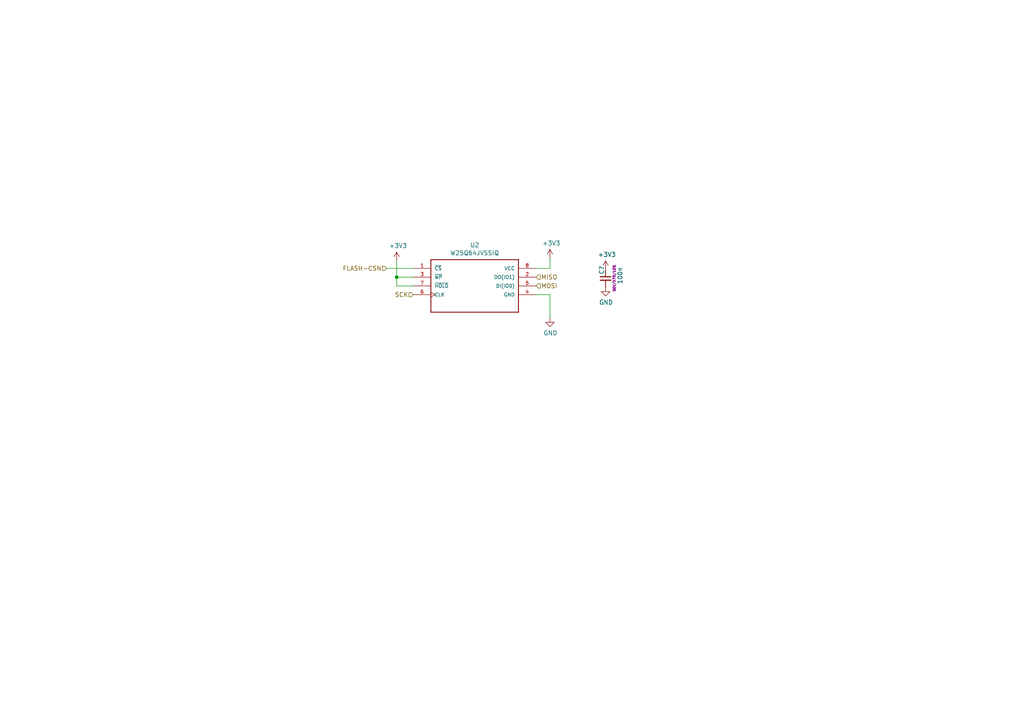
<source format=kicad_sch>
(kicad_sch (version 20231120) (generator "eeschema") (generator_version "8.0")
  (paper "A4")
  (title_block (title "Buddy") (date "2019-10-24") (rev "v1.0.0") (company "PRUSA Research s.r.o.") (comment 1 "http://creativecommons.org/licenses/by-sa/4.0/") (comment 2 "Licensed under the Attribution-ShareAlike 4.0 International (CC BY-SA 4.0)"))
  (lib_symbols
    (symbol "BUDDY_v1.0.0-rescue:+3.3V-power" (power) (pin_names (offset 0))
      (property "Value" "power:+3.3V" (at 0 3.556 0))
      (symbol "+3.3V-power_0_1"
        (polyline (pts (xy -0.762 1.27) (xy 0 2.54)))
        (polyline (pts (xy 0 0) (xy 0 2.54)))
        (polyline (pts (xy 0 2.54) (xy 0.762 1.27)))
      )
      (symbol "+3.3V-power_1_1"
        (pin power_in line (at 0 0 90) (length 0) hide (name "+3V3") (number "1"))
      )
    )
    (symbol "BUDDY_v1.0.0-rescue:+3V3-power" (power) (pin_names (offset 0))
      (property "Value" "power:+3V3" (at 0 3.556 0))
      (symbol "+3V3-power_0_1"
        (polyline (pts (xy -0.762 1.27) (xy 0 2.54)))
        (polyline (pts (xy 0 0) (xy 0 2.54)))
        (polyline (pts (xy 0 2.54) (xy 0.762 1.27)))
      )
      (symbol "+3V3-power_1_1"
        (pin power_in line (at 0 0 90) (length 0) hide (name "+3V3") (number "1"))
      )
    )
    (symbol "BUDDY_v1.0.0-rescue:GND-power" (power) (pin_names (offset 0))
      (property "Value" "power:GND" (at 0 -3.81 0))
      (symbol "GND-power_0_1"
        (polyline (pts (xy 0 0) (xy 0 -1.27) (xy 1.27 -1.27) (xy 0 -2.54) (xy -1.27 -1.27) (xy 0 -1.27)))
      )
      (symbol "GND-power_1_1"
        (pin power_in line (at 0 0 270) (length 0) hide (name "GND") (number "1"))
      )
    )
    (symbol "BUDDY_v1.0.0-rescue:W25Q32JVSSIQ-A3IDES-rescue" (pin_names (offset 1.016))
      (property "Reference" "U" (at -12.7 8.128 0))
      (property "Value" "A3IDES-rescue:W25Q32JVSSIQ" (at -12.7254 -10.668 0))
      (symbol "W25Q32JVSSIQ-A3IDES-rescue_0_0"
        (polyline (pts (xy -12.7 -7.62) (xy -12.7 7.62)) (stroke (width 0.254)))
        (polyline (pts (xy -12.7 7.62) (xy 12.7 7.62)) (stroke (width 0.254)))
        (polyline (pts (xy 12.7 -7.62) (xy -12.7 -7.62)) (stroke (width 0.254)))
        (polyline (pts (xy 12.7 7.62) (xy 12.7 -7.62)) (stroke (width 0.254)))
        (pin input line (at -17.78 5.08 0) (length 5.08) (name "~{CS}") (number "1"))
        (pin bidirectional line (at 17.78 2.54 180) (length 5.08) (name "DO(IO1)") (number "2"))
        (pin input line (at -17.78 2.54 0) (length 5.08) (name "~{WP}") (number "3"))
        (pin power_in line (at 17.78 -2.54 180) (length 5.08) (name "GND") (number "4"))
        (pin bidirectional line (at 17.78 0 180) (length 5.08) (name "DI(IO0)") (number "5"))
        (pin input clock (at -17.78 -2.54 0) (length 5.08) (name "CLK") (number "6"))
        (pin input line (at -17.78 0 0) (length 5.08) (name "~{HOLD}") (number "7"))
        (pin power_in line (at 17.78 5.08 180) (length 5.08) (name "VCC") (number "8"))
      )
    )
    (symbol "Device:C_Small" (pin_numbers hide) (pin_names (offset 0.254) hide)
      (property "Reference" "C" (at 0.254 1.778 0))
      (property "Value" "C_Small" (at 0.254 -2.032 0))
      (symbol "C_Small_0_1"
        (polyline (pts (xy -1.524 -0.508) (xy 1.524 -0.508)) (stroke (width 0.3302)))
        (polyline (pts (xy -1.524 0.508) (xy 1.524 0.508)) (stroke (width 0.3048)))
      )
      (symbol "C_Small_1_1"
        (pin passive line (at 0 2.54 270) (length 2.032) (name "~") (number "1"))
        (pin passive line (at 0 -2.54 90) (length 2.032) (name "~") (number "2"))
      )
    )
  )
  (junction (at 115.062 80.391))
  (wire (pts (xy 115.062 82.931) (xy 119.888 82.931)))
  (wire (pts (xy 115.062 82.931) (xy 115.062 80.391)))
  (wire (pts (xy 119.888 77.851) (xy 112.141 77.851)))
  (wire (pts (xy 159.512 92.202) (xy 159.512 85.471)))
  (wire (pts (xy 119.888 80.391) (xy 115.062 80.391)))
  (wire (pts (xy 159.512 85.471) (xy 155.448 85.471)))
  (wire (pts (xy 159.512 77.851) (xy 159.512 74.93)))
  (wire (pts (xy 155.448 77.851) (xy 159.512 77.851)))
  (wire (pts (xy 115.062 80.391) (xy 115.062 75.692)))
  (hierarchical_label "SCK" (shape input) (at 119.888 85.471 180))
  (hierarchical_label "MISO" (shape input) (at 155.448 80.391 0))
  (hierarchical_label "MOSI" (shape input) (at 155.448 82.931 0))
  (hierarchical_label "FLASH-CSN" (shape input) (at 112.141 77.851 180))
  (symbol (lib_id "BUDDY_v1.0.0-rescue:W25Q32JVSSIQ-A3IDES-rescue") (at 137.668 82.931 0) (unit 1)
    (property "Reference" "U2" (at 137.668 71.0692 0))
    (property "Value" "W25Q64JVSSIQ" (at 137.668 73.3806 0))
    (property "Footprint" "A3IDES_footprints:SOIC8-wide" (effects (hide yes)))
    (property "Pole4" "UFDFN-8 Winbond" (effects (hide yes)))
    (property "Pole5" "None" (effects (hide yes)))
    (property "Pole6" "W25X20CLUXIG TR" (effects (hide yes)))
    (property "req" "Ic Flash 2mbit 104mhz" (effects (hide yes)))
    (property "Pole8" "Winbond" (effects (hide yes)))
  )
  (symbol (lib_id "BUDDY_v1.0.0-rescue:GND-power") (at 159.512 92.202 0) (unit 1)
    (property "Reference" "#PWR0123" (effects (hide yes)))
    (property "Value" "GND" (at 159.639 96.5962 0))
  )
  (symbol (lib_id "BUDDY_v1.0.0-rescue:+3V3-power") (at 159.512 74.93 0) (unit 1)
    (property "Reference" "#PWR0124" (effects (hide yes)))
    (property "Value" "+3V3" (at 159.893 70.5358 0))
  )
  (symbol (lib_id "BUDDY_v1.0.0-rescue:+3.3V-power") (at 175.641 78.232 0) (unit 1)
    (property "Reference" "#PWR0135" (effects (hide yes)))
    (property "Value" "+3V3" (at 176.022 73.8378 0))
    (instances (project "" (path "" (reference "#PWR?") (unit 1)) (path "" (reference "#PWR0135") (unit 1))))
  )
  (symbol (lib_id "BUDDY_v1.0.0-rescue:GND-power") (at 175.641 83.312 0) (unit 1)
    (property "Reference" "#PWR0136" (effects (hide yes)))
    (property "Value" "GND" (at 175.768 87.7062 0))
    (instances (project "" (path "" (reference "#PWR?") (unit 1)) (path "" (reference "#PWR0136") (unit 1))))
  )
  (symbol (lib_id "Device:C_Small") (at 175.641 80.772 0) (unit 1)
    (property "Reference" "C?" (at 174.498 79.629 90) (effects (justify left)))
    (property "Value" "100n" (at 179.832 82.423 90) (effects (justify left)))
    (property "Footprint" "A3IDES_footprints:C_0603_1608Metric" (effects (hide yes)))
    (property "req" "50V/X7R/10%" (at 178.181 84.582 90) (effects (font (size 0.7112 0.7112)) (justify left)))
    (instances (project "" (path "" (reference "C?") (unit 1)) (path "" (reference "C?") (unit 1)) (path "" (reference "C?") (unit 1)) (path "" (reference "C14") (unit 1)) (path "" (reference "C?") (unit 1))))
  )
  (symbol (lib_id "BUDDY_v1.0.0-rescue:+3V3-power") (at 115.062 75.692 0) (unit 1)
    (property "Reference" "#PWR0141" (effects (hide yes)))
    (property "Value" "+3V3" (at 115.443 71.2978 0))
  )
)
</source>
